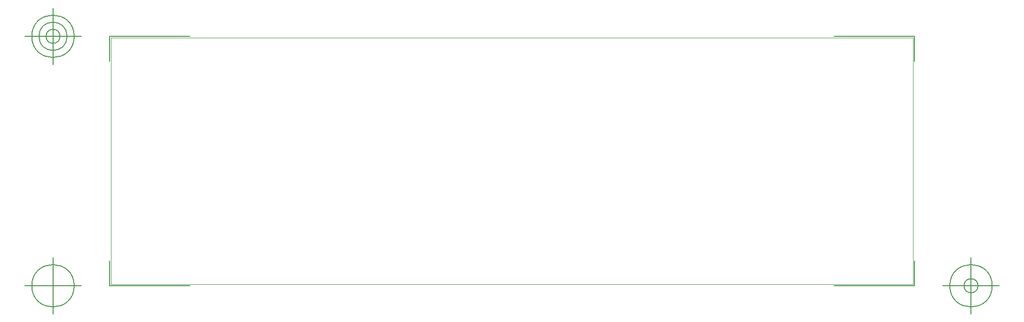
<source format=gbr>
G04 Generated by Ultiboard 14.2 *
%FSLAX34Y34*%
%MOMM*%

%ADD10C,0.0001*%
%ADD11C,0.0010*%
%ADD12C,0.1270*%


G04 ColorRGB 00FFFF for the following layer *
%LNBoard Outline*%
%LPD*%
G54D10*
G54D11*
X0Y0D02*
X1420000Y0D01*
X1420000Y437000D01*
X0Y437000D01*
X0Y0D01*
G54D12*
X-2540Y-2540D02*
X-2540Y41668D01*
X-2540Y-2540D02*
X139968Y-2540D01*
X1422540Y-2540D02*
X1280032Y-2540D01*
X1422540Y-2540D02*
X1422540Y41668D01*
X1422540Y439540D02*
X1422540Y395332D01*
X1422540Y439540D02*
X1280032Y439540D01*
X-2540Y439540D02*
X139968Y439540D01*
X-2540Y439540D02*
X-2540Y395332D01*
X-52540Y-2540D02*
X-152540Y-2540D01*
X-102540Y-52540D02*
X-102540Y47460D01*
X-140040Y-2540D02*
G75*
D01*
G02X-140040Y-2540I37500J0*
G01*
X1472540Y-2540D02*
X1572540Y-2540D01*
X1522540Y-52540D02*
X1522540Y47460D01*
X1485040Y-2540D02*
G75*
D01*
G02X1485040Y-2540I37500J0*
G01*
X1510040Y-2540D02*
G75*
D01*
G02X1510040Y-2540I12500J0*
G01*
X-52540Y439540D02*
X-152540Y439540D01*
X-102540Y389540D02*
X-102540Y489540D01*
X-140040Y439540D02*
G75*
D01*
G02X-140040Y439540I37500J0*
G01*
X-127540Y439540D02*
G75*
D01*
G02X-127540Y439540I25000J0*
G01*
X-115040Y439540D02*
G75*
D01*
G02X-115040Y439540I12500J0*
G01*

M02*

</source>
